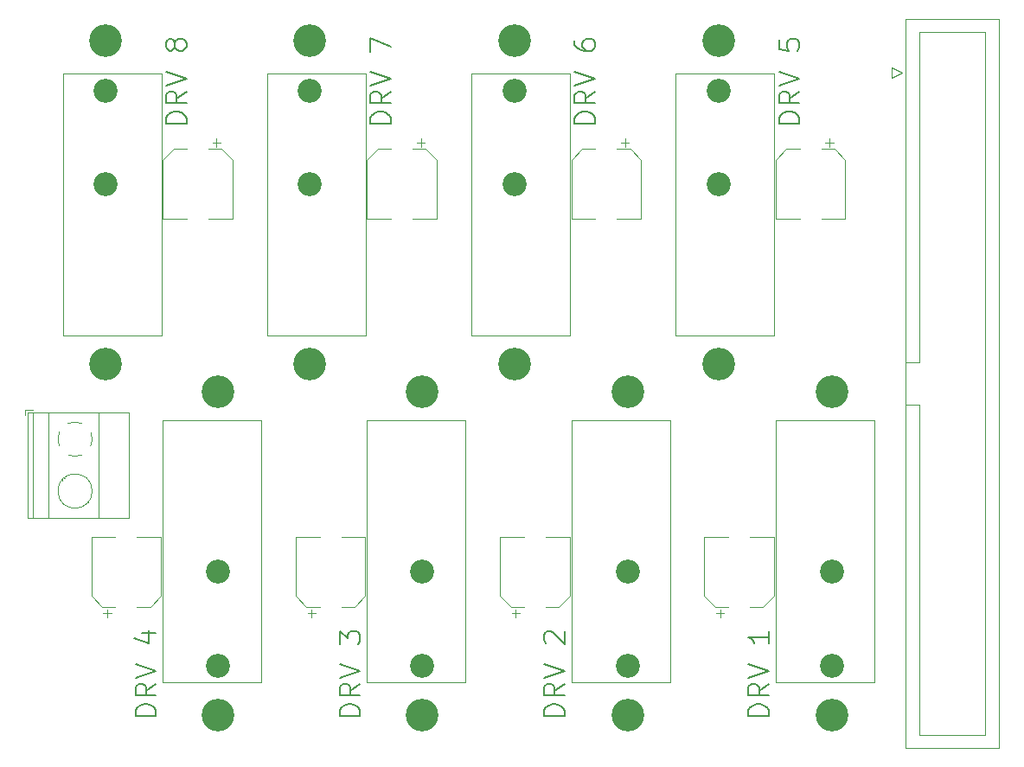
<source format=gbr>
%TF.GenerationSoftware,KiCad,Pcbnew,(5.99.0-8534-g3fcd0860c1)*%
%TF.CreationDate,2021-01-21T22:08:18+01:00*%
%TF.ProjectId,DRV-Carrier,4452562d-4361-4727-9269-65722e6b6963,rev?*%
%TF.SameCoordinates,Original*%
%TF.FileFunction,Legend,Top*%
%TF.FilePolarity,Positive*%
%FSLAX46Y46*%
G04 Gerber Fmt 4.6, Leading zero omitted, Abs format (unit mm)*
G04 Created by KiCad (PCBNEW (5.99.0-8534-g3fcd0860c1)) date 2021-01-21 22:08:18*
%MOMM*%
%LPD*%
G01*
G04 APERTURE LIST*
%ADD10C,0.150000*%
%ADD11C,0.100000*%
%ADD12C,0.120000*%
%ADD13C,3.200000*%
%ADD14C,2.350000*%
G04 APERTURE END LIST*
D10*
X119904761Y-64095238D02*
X117904761Y-64095238D01*
X117904761Y-63619047D01*
X118000000Y-63333333D01*
X118190476Y-63142857D01*
X118380952Y-63047619D01*
X118761904Y-62952380D01*
X119047619Y-62952380D01*
X119428571Y-63047619D01*
X119619047Y-63142857D01*
X119809523Y-63333333D01*
X119904761Y-63619047D01*
X119904761Y-64095238D01*
X119904761Y-60952380D02*
X118952380Y-61619047D01*
X119904761Y-62095238D02*
X117904761Y-62095238D01*
X117904761Y-61333333D01*
X118000000Y-61142857D01*
X118095238Y-61047619D01*
X118285714Y-60952380D01*
X118571428Y-60952380D01*
X118761904Y-61047619D01*
X118857142Y-61142857D01*
X118952380Y-61333333D01*
X118952380Y-62095238D01*
X117904761Y-60380952D02*
X119904761Y-59714285D01*
X117904761Y-59047619D01*
X117904761Y-55904761D02*
X117904761Y-56857142D01*
X118857142Y-56952380D01*
X118761904Y-56857142D01*
X118666666Y-56666666D01*
X118666666Y-56190476D01*
X118761904Y-56000000D01*
X118857142Y-55904761D01*
X119047619Y-55809523D01*
X119523809Y-55809523D01*
X119714285Y-55904761D01*
X119809523Y-56000000D01*
X119904761Y-56190476D01*
X119904761Y-56666666D01*
X119809523Y-56857142D01*
X119714285Y-56952380D01*
X59904761Y-64095238D02*
X57904761Y-64095238D01*
X57904761Y-63619047D01*
X58000000Y-63333333D01*
X58190476Y-63142857D01*
X58380952Y-63047619D01*
X58761904Y-62952380D01*
X59047619Y-62952380D01*
X59428571Y-63047619D01*
X59619047Y-63142857D01*
X59809523Y-63333333D01*
X59904761Y-63619047D01*
X59904761Y-64095238D01*
X59904761Y-60952380D02*
X58952380Y-61619047D01*
X59904761Y-62095238D02*
X57904761Y-62095238D01*
X57904761Y-61333333D01*
X58000000Y-61142857D01*
X58095238Y-61047619D01*
X58285714Y-60952380D01*
X58571428Y-60952380D01*
X58761904Y-61047619D01*
X58857142Y-61142857D01*
X58952380Y-61333333D01*
X58952380Y-62095238D01*
X57904761Y-60380952D02*
X59904761Y-59714285D01*
X57904761Y-59047619D01*
X58761904Y-56571428D02*
X58666666Y-56761904D01*
X58571428Y-56857142D01*
X58380952Y-56952380D01*
X58285714Y-56952380D01*
X58095238Y-56857142D01*
X58000000Y-56761904D01*
X57904761Y-56571428D01*
X57904761Y-56190476D01*
X58000000Y-56000000D01*
X58095238Y-55904761D01*
X58285714Y-55809523D01*
X58380952Y-55809523D01*
X58571428Y-55904761D01*
X58666666Y-56000000D01*
X58761904Y-56190476D01*
X58761904Y-56571428D01*
X58857142Y-56761904D01*
X58952380Y-56857142D01*
X59142857Y-56952380D01*
X59523809Y-56952380D01*
X59714285Y-56857142D01*
X59809523Y-56761904D01*
X59904761Y-56571428D01*
X59904761Y-56190476D01*
X59809523Y-56000000D01*
X59714285Y-55904761D01*
X59523809Y-55809523D01*
X59142857Y-55809523D01*
X58952380Y-55904761D01*
X58857142Y-56000000D01*
X58761904Y-56190476D01*
X99904761Y-64095238D02*
X97904761Y-64095238D01*
X97904761Y-63619047D01*
X98000000Y-63333333D01*
X98190476Y-63142857D01*
X98380952Y-63047619D01*
X98761904Y-62952380D01*
X99047619Y-62952380D01*
X99428571Y-63047619D01*
X99619047Y-63142857D01*
X99809523Y-63333333D01*
X99904761Y-63619047D01*
X99904761Y-64095238D01*
X99904761Y-60952380D02*
X98952380Y-61619047D01*
X99904761Y-62095238D02*
X97904761Y-62095238D01*
X97904761Y-61333333D01*
X98000000Y-61142857D01*
X98095238Y-61047619D01*
X98285714Y-60952380D01*
X98571428Y-60952380D01*
X98761904Y-61047619D01*
X98857142Y-61142857D01*
X98952380Y-61333333D01*
X98952380Y-62095238D01*
X97904761Y-60380952D02*
X99904761Y-59714285D01*
X97904761Y-59047619D01*
X97904761Y-56000000D02*
X97904761Y-56380952D01*
X98000000Y-56571428D01*
X98095238Y-56666666D01*
X98380952Y-56857142D01*
X98761904Y-56952380D01*
X99523809Y-56952380D01*
X99714285Y-56857142D01*
X99809523Y-56761904D01*
X99904761Y-56571428D01*
X99904761Y-56190476D01*
X99809523Y-56000000D01*
X99714285Y-55904761D01*
X99523809Y-55809523D01*
X99047619Y-55809523D01*
X98857142Y-55904761D01*
X98761904Y-56000000D01*
X98666666Y-56190476D01*
X98666666Y-56571428D01*
X98761904Y-56761904D01*
X98857142Y-56857142D01*
X99047619Y-56952380D01*
X79904761Y-64095238D02*
X77904761Y-64095238D01*
X77904761Y-63619047D01*
X78000000Y-63333333D01*
X78190476Y-63142857D01*
X78380952Y-63047619D01*
X78761904Y-62952380D01*
X79047619Y-62952380D01*
X79428571Y-63047619D01*
X79619047Y-63142857D01*
X79809523Y-63333333D01*
X79904761Y-63619047D01*
X79904761Y-64095238D01*
X79904761Y-60952380D02*
X78952380Y-61619047D01*
X79904761Y-62095238D02*
X77904761Y-62095238D01*
X77904761Y-61333333D01*
X78000000Y-61142857D01*
X78095238Y-61047619D01*
X78285714Y-60952380D01*
X78571428Y-60952380D01*
X78761904Y-61047619D01*
X78857142Y-61142857D01*
X78952380Y-61333333D01*
X78952380Y-62095238D01*
X77904761Y-60380952D02*
X79904761Y-59714285D01*
X77904761Y-59047619D01*
X77904761Y-57047619D02*
X77904761Y-55714285D01*
X79904761Y-56571428D01*
X116904761Y-122095238D02*
X114904761Y-122095238D01*
X114904761Y-121619047D01*
X115000000Y-121333333D01*
X115190476Y-121142857D01*
X115380952Y-121047619D01*
X115761904Y-120952380D01*
X116047619Y-120952380D01*
X116428571Y-121047619D01*
X116619047Y-121142857D01*
X116809523Y-121333333D01*
X116904761Y-121619047D01*
X116904761Y-122095238D01*
X116904761Y-118952380D02*
X115952380Y-119619047D01*
X116904761Y-120095238D02*
X114904761Y-120095238D01*
X114904761Y-119333333D01*
X115000000Y-119142857D01*
X115095238Y-119047619D01*
X115285714Y-118952380D01*
X115571428Y-118952380D01*
X115761904Y-119047619D01*
X115857142Y-119142857D01*
X115952380Y-119333333D01*
X115952380Y-120095238D01*
X114904761Y-118380952D02*
X116904761Y-117714285D01*
X114904761Y-117047619D01*
X116904761Y-113809523D02*
X116904761Y-114952380D01*
X116904761Y-114380952D02*
X114904761Y-114380952D01*
X115190476Y-114571428D01*
X115380952Y-114761904D01*
X115476190Y-114952380D01*
X96904761Y-122095238D02*
X94904761Y-122095238D01*
X94904761Y-121619047D01*
X95000000Y-121333333D01*
X95190476Y-121142857D01*
X95380952Y-121047619D01*
X95761904Y-120952380D01*
X96047619Y-120952380D01*
X96428571Y-121047619D01*
X96619047Y-121142857D01*
X96809523Y-121333333D01*
X96904761Y-121619047D01*
X96904761Y-122095238D01*
X96904761Y-118952380D02*
X95952380Y-119619047D01*
X96904761Y-120095238D02*
X94904761Y-120095238D01*
X94904761Y-119333333D01*
X95000000Y-119142857D01*
X95095238Y-119047619D01*
X95285714Y-118952380D01*
X95571428Y-118952380D01*
X95761904Y-119047619D01*
X95857142Y-119142857D01*
X95952380Y-119333333D01*
X95952380Y-120095238D01*
X94904761Y-118380952D02*
X96904761Y-117714285D01*
X94904761Y-117047619D01*
X95095238Y-114952380D02*
X95000000Y-114857142D01*
X94904761Y-114666666D01*
X94904761Y-114190476D01*
X95000000Y-114000000D01*
X95095238Y-113904761D01*
X95285714Y-113809523D01*
X95476190Y-113809523D01*
X95761904Y-113904761D01*
X96904761Y-115047619D01*
X96904761Y-113809523D01*
X76904761Y-122095238D02*
X74904761Y-122095238D01*
X74904761Y-121619047D01*
X75000000Y-121333333D01*
X75190476Y-121142857D01*
X75380952Y-121047619D01*
X75761904Y-120952380D01*
X76047619Y-120952380D01*
X76428571Y-121047619D01*
X76619047Y-121142857D01*
X76809523Y-121333333D01*
X76904761Y-121619047D01*
X76904761Y-122095238D01*
X76904761Y-118952380D02*
X75952380Y-119619047D01*
X76904761Y-120095238D02*
X74904761Y-120095238D01*
X74904761Y-119333333D01*
X75000000Y-119142857D01*
X75095238Y-119047619D01*
X75285714Y-118952380D01*
X75571428Y-118952380D01*
X75761904Y-119047619D01*
X75857142Y-119142857D01*
X75952380Y-119333333D01*
X75952380Y-120095238D01*
X74904761Y-118380952D02*
X76904761Y-117714285D01*
X74904761Y-117047619D01*
X74904761Y-115047619D02*
X74904761Y-113809523D01*
X75666666Y-114476190D01*
X75666666Y-114190476D01*
X75761904Y-114000000D01*
X75857142Y-113904761D01*
X76047619Y-113809523D01*
X76523809Y-113809523D01*
X76714285Y-113904761D01*
X76809523Y-114000000D01*
X76904761Y-114190476D01*
X76904761Y-114761904D01*
X76809523Y-114952380D01*
X76714285Y-115047619D01*
X56904761Y-122095238D02*
X54904761Y-122095238D01*
X54904761Y-121619047D01*
X55000000Y-121333333D01*
X55190476Y-121142857D01*
X55380952Y-121047619D01*
X55761904Y-120952380D01*
X56047619Y-120952380D01*
X56428571Y-121047619D01*
X56619047Y-121142857D01*
X56809523Y-121333333D01*
X56904761Y-121619047D01*
X56904761Y-122095238D01*
X56904761Y-118952380D02*
X55952380Y-119619047D01*
X56904761Y-120095238D02*
X54904761Y-120095238D01*
X54904761Y-119333333D01*
X55000000Y-119142857D01*
X55095238Y-119047619D01*
X55285714Y-118952380D01*
X55571428Y-118952380D01*
X55761904Y-119047619D01*
X55857142Y-119142857D01*
X55952380Y-119333333D01*
X55952380Y-120095238D01*
X54904761Y-118380952D02*
X56904761Y-117714285D01*
X54904761Y-117047619D01*
X55571428Y-114000000D02*
X56904761Y-114000000D01*
X54809523Y-114476190D02*
X56238095Y-114952380D01*
X56238095Y-113714285D01*
D11*
%TO.C,J_MOT8*%
X47809000Y-84859000D02*
X47809000Y-59205000D01*
X47809000Y-59205000D02*
X57461000Y-59205000D01*
X57461000Y-59205000D02*
X57461000Y-84859000D01*
X57461000Y-84859000D02*
X47809000Y-84859000D01*
D12*
%TO.C,C7*%
X102847500Y-65562500D02*
X102847500Y-66350000D01*
X103345563Y-66590000D02*
X104410000Y-67654437D01*
X103345563Y-66590000D02*
X102060000Y-66590000D01*
X103241250Y-65956250D02*
X102453750Y-65956250D01*
X104410000Y-73410000D02*
X102060000Y-73410000D01*
X98654437Y-66590000D02*
X99940000Y-66590000D01*
X97590000Y-67654437D02*
X97590000Y-73410000D01*
X104410000Y-67654437D02*
X104410000Y-73410000D01*
X97590000Y-73410000D02*
X99940000Y-73410000D01*
X98654437Y-66590000D02*
X97590000Y-67654437D01*
%TO.C,C4*%
X91654437Y-111410000D02*
X90590000Y-110345563D01*
X90590000Y-104590000D02*
X92940000Y-104590000D01*
X91758750Y-112043750D02*
X92546250Y-112043750D01*
X92152500Y-112437500D02*
X92152500Y-111650000D01*
X96345563Y-111410000D02*
X97410000Y-110345563D01*
X96345563Y-111410000D02*
X95060000Y-111410000D01*
X91654437Y-111410000D02*
X92940000Y-111410000D01*
X90590000Y-110345563D02*
X90590000Y-104590000D01*
X97410000Y-104590000D02*
X95060000Y-104590000D01*
X97410000Y-110345563D02*
X97410000Y-104590000D01*
D11*
%TO.C,J_MOT3*%
X67191000Y-93141000D02*
X67191000Y-118795000D01*
X57539000Y-118795000D02*
X57539000Y-93141000D01*
X67191000Y-118795000D02*
X57539000Y-118795000D01*
X57539000Y-93141000D02*
X67191000Y-93141000D01*
D12*
%TO.C,C6*%
X118654437Y-66590000D02*
X119940000Y-66590000D01*
X122847500Y-65562500D02*
X122847500Y-66350000D01*
X117590000Y-67654437D02*
X117590000Y-73410000D01*
X123345563Y-66590000D02*
X122060000Y-66590000D01*
X123345563Y-66590000D02*
X124410000Y-67654437D01*
X117590000Y-73410000D02*
X119940000Y-73410000D01*
X118654437Y-66590000D02*
X117590000Y-67654437D01*
X123241250Y-65956250D02*
X122453750Y-65956250D01*
X124410000Y-73410000D02*
X122060000Y-73410000D01*
X124410000Y-67654437D02*
X124410000Y-73410000D01*
%TO.C,J2*%
X138120000Y-55170000D02*
X138120000Y-123950000D01*
X129920000Y-59080000D02*
X128920000Y-58580000D01*
X130310000Y-53870000D02*
X139430000Y-53870000D01*
X131620000Y-91610000D02*
X131620000Y-91610000D01*
X138120000Y-123950000D02*
X131620000Y-123950000D01*
X131620000Y-87510000D02*
X131620000Y-55170000D01*
X139430000Y-125250000D02*
X130310000Y-125250000D01*
X130310000Y-87510000D02*
X131620000Y-87510000D01*
X128920000Y-58580000D02*
X128920000Y-59580000D01*
X131620000Y-55170000D02*
X138120000Y-55170000D01*
X131620000Y-91610000D02*
X130310000Y-91610000D01*
X128920000Y-59580000D02*
X129920000Y-59080000D01*
X130310000Y-125250000D02*
X130310000Y-53870000D01*
X139430000Y-53870000D02*
X139430000Y-125250000D01*
X131620000Y-123950000D02*
X131620000Y-91610000D01*
%TO.C,C2*%
X57410000Y-110345563D02*
X57410000Y-104590000D01*
X56345563Y-111410000D02*
X57410000Y-110345563D01*
X52152500Y-112437500D02*
X52152500Y-111650000D01*
X51654437Y-111410000D02*
X52940000Y-111410000D01*
X50590000Y-110345563D02*
X50590000Y-104590000D01*
X51758750Y-112043750D02*
X52546250Y-112043750D01*
X57410000Y-104590000D02*
X55060000Y-104590000D01*
X51654437Y-111410000D02*
X50590000Y-110345563D01*
X56345563Y-111410000D02*
X55060000Y-111410000D01*
X50590000Y-104590000D02*
X52940000Y-104590000D01*
%TO.C,C8*%
X77590000Y-67654437D02*
X77590000Y-73410000D01*
X84410000Y-73410000D02*
X82060000Y-73410000D01*
X78654437Y-66590000D02*
X79940000Y-66590000D01*
X78654437Y-66590000D02*
X77590000Y-67654437D01*
X77590000Y-73410000D02*
X79940000Y-73410000D01*
X83345563Y-66590000D02*
X82060000Y-66590000D01*
X82847500Y-65562500D02*
X82847500Y-66350000D01*
X83241250Y-65956250D02*
X82453750Y-65956250D01*
X83345563Y-66590000D02*
X84410000Y-67654437D01*
X84410000Y-67654437D02*
X84410000Y-73410000D01*
%TO.C,C1*%
X77410000Y-110345563D02*
X77410000Y-104590000D01*
X70590000Y-110345563D02*
X70590000Y-104590000D01*
X76345563Y-111410000D02*
X77410000Y-110345563D01*
X70590000Y-104590000D02*
X72940000Y-104590000D01*
X72152500Y-112437500D02*
X72152500Y-111650000D01*
X71758750Y-112043750D02*
X72546250Y-112043750D01*
X71654437Y-111410000D02*
X72940000Y-111410000D01*
X71654437Y-111410000D02*
X70590000Y-110345563D01*
X76345563Y-111410000D02*
X75060000Y-111410000D01*
X77410000Y-104590000D02*
X75060000Y-104590000D01*
D11*
%TO.C,J_MOT5*%
X117461000Y-59205000D02*
X117461000Y-84859000D01*
X117461000Y-84859000D02*
X107809000Y-84859000D01*
X107809000Y-59205000D02*
X117461000Y-59205000D01*
X107809000Y-84859000D02*
X107809000Y-59205000D01*
%TO.C,J_MOT2*%
X87191000Y-118795000D02*
X77539000Y-118795000D01*
X77539000Y-93141000D02*
X87191000Y-93141000D01*
X77539000Y-118795000D02*
X77539000Y-93141000D01*
X87191000Y-93141000D02*
X87191000Y-118795000D01*
D12*
%TO.C,J1*%
X47761000Y-99046000D02*
X47726000Y-99011000D01*
X50069000Y-101355000D02*
X50023000Y-101308000D01*
X47977000Y-98853000D02*
X47931000Y-98806000D01*
X44100000Y-92160000D02*
X44100000Y-92660000D01*
X44840000Y-92160000D02*
X44100000Y-92160000D01*
X46400000Y-92400000D02*
X46400000Y-102680000D01*
X54261000Y-92400000D02*
X44340000Y-92400000D01*
X54261000Y-102680000D02*
X44340000Y-102680000D01*
X50275000Y-101150000D02*
X50239000Y-101115000D01*
X44900000Y-92400000D02*
X44900000Y-102680000D01*
X54261000Y-92400000D02*
X54261000Y-102680000D01*
X44340000Y-92400000D02*
X44340000Y-102680000D01*
X51301000Y-92400000D02*
X51301000Y-102680000D01*
X47465244Y-95683318D02*
G75*
G02*
X47320000Y-95000000I1534756J683318D01*
G01*
X47319747Y-95028805D02*
G75*
G02*
X47465000Y-94316000I1680253J28805D01*
G01*
X50535426Y-94316958D02*
G75*
G02*
X50535000Y-95684000I-1535426J-683042D01*
G01*
X49683042Y-96535426D02*
G75*
G02*
X48316000Y-96535000I-683042J1535426D01*
G01*
X48316958Y-93464574D02*
G75*
G02*
X49684000Y-93465000I683042J-1535426D01*
G01*
X50680000Y-100080000D02*
G75*
G03*
X50680000Y-100080000I-1680000J0D01*
G01*
D11*
%TO.C,J_MOT6*%
X97461000Y-59205000D02*
X97461000Y-84859000D01*
X97461000Y-84859000D02*
X87809000Y-84859000D01*
X87809000Y-59205000D02*
X97461000Y-59205000D01*
X87809000Y-84859000D02*
X87809000Y-59205000D01*
%TO.C,J_MOT7*%
X77461000Y-84859000D02*
X67809000Y-84859000D01*
X67809000Y-59205000D02*
X77461000Y-59205000D01*
X77461000Y-59205000D02*
X77461000Y-84859000D01*
X67809000Y-84859000D02*
X67809000Y-59205000D01*
D12*
%TO.C,C5*%
X111654437Y-111410000D02*
X112940000Y-111410000D01*
X116345563Y-111410000D02*
X117410000Y-110345563D01*
X116345563Y-111410000D02*
X115060000Y-111410000D01*
X112152500Y-112437500D02*
X112152500Y-111650000D01*
X111758750Y-112043750D02*
X112546250Y-112043750D01*
X110590000Y-104590000D02*
X112940000Y-104590000D01*
X117410000Y-110345563D02*
X117410000Y-104590000D01*
X111654437Y-111410000D02*
X110590000Y-110345563D01*
X117410000Y-104590000D02*
X115060000Y-104590000D01*
X110590000Y-110345563D02*
X110590000Y-104590000D01*
D11*
%TO.C,J_MOT1*%
X117639000Y-118795000D02*
X117639000Y-93141000D01*
X127291000Y-93141000D02*
X127291000Y-118795000D01*
X127291000Y-118795000D02*
X117639000Y-118795000D01*
X117639000Y-93141000D02*
X127291000Y-93141000D01*
D12*
%TO.C,C3*%
X57590000Y-67654437D02*
X57590000Y-73410000D01*
X63345563Y-66590000D02*
X64410000Y-67654437D01*
X64410000Y-73410000D02*
X62060000Y-73410000D01*
X58654437Y-66590000D02*
X59940000Y-66590000D01*
X57590000Y-73410000D02*
X59940000Y-73410000D01*
X64410000Y-67654437D02*
X64410000Y-73410000D01*
X63345563Y-66590000D02*
X62060000Y-66590000D01*
X62847500Y-65562500D02*
X62847500Y-66350000D01*
X58654437Y-66590000D02*
X57590000Y-67654437D01*
X63241250Y-65956250D02*
X62453750Y-65956250D01*
D11*
%TO.C,J_MOT4*%
X107291000Y-118795000D02*
X97639000Y-118795000D01*
X107291000Y-93141000D02*
X107291000Y-118795000D01*
X97639000Y-118795000D02*
X97639000Y-93141000D01*
X97639000Y-93141000D02*
X107291000Y-93141000D01*
%TD*%
D13*
%TO.C,J_MOT8*%
X52000000Y-56000000D03*
X52000000Y-87650000D03*
D14*
X52000000Y-70000000D03*
X52000000Y-60850000D03*
%TD*%
D13*
%TO.C,J_MOT3*%
X63000000Y-90350000D03*
X63000000Y-122000000D03*
D14*
X63000000Y-117150000D03*
X63000000Y-108000000D03*
%TD*%
D13*
%TO.C,J_MOT5*%
X112000000Y-87650000D03*
X112000000Y-56000000D03*
D14*
X112000000Y-70000000D03*
X112000000Y-60850000D03*
%TD*%
D13*
%TO.C,J_MOT2*%
X83000000Y-90350000D03*
X83000000Y-122000000D03*
D14*
X83000000Y-117150000D03*
X83000000Y-108000000D03*
%TD*%
D13*
%TO.C,J_MOT6*%
X92000000Y-87650000D03*
X92000000Y-56000000D03*
D14*
X92000000Y-60850000D03*
X92000000Y-70000000D03*
%TD*%
D13*
%TO.C,J_MOT7*%
X72000000Y-87650000D03*
X72000000Y-56000000D03*
D14*
X72000000Y-70000000D03*
X72000000Y-60850000D03*
%TD*%
D13*
%TO.C,J_MOT1*%
X123100000Y-122000000D03*
X123100000Y-90350000D03*
D14*
X123100000Y-108000000D03*
X123100000Y-117150000D03*
%TD*%
D13*
%TO.C,J_MOT4*%
X103100000Y-122000000D03*
X103100000Y-90350000D03*
D14*
X103100000Y-108000000D03*
X103100000Y-117150000D03*
%TD*%
M02*

</source>
